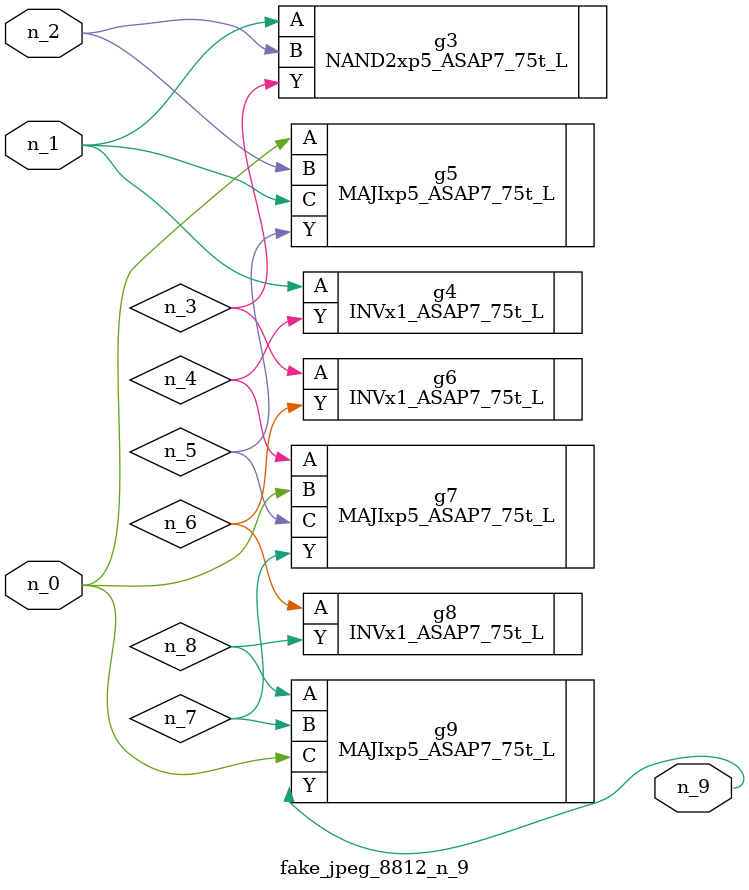
<source format=v>
module fake_jpeg_8812_n_9 (n_0, n_2, n_1, n_9);

input n_0;
input n_2;
input n_1;

output n_9;

wire n_3;
wire n_4;
wire n_8;
wire n_6;
wire n_5;
wire n_7;

NAND2xp5_ASAP7_75t_L g3 ( 
.A(n_1),
.B(n_2),
.Y(n_3)
);

INVx1_ASAP7_75t_L g4 ( 
.A(n_1),
.Y(n_4)
);

MAJIxp5_ASAP7_75t_L g5 ( 
.A(n_0),
.B(n_2),
.C(n_1),
.Y(n_5)
);

INVx1_ASAP7_75t_L g6 ( 
.A(n_3),
.Y(n_6)
);

INVx1_ASAP7_75t_L g8 ( 
.A(n_6),
.Y(n_8)
);

MAJIxp5_ASAP7_75t_L g7 ( 
.A(n_4),
.B(n_0),
.C(n_5),
.Y(n_7)
);

MAJIxp5_ASAP7_75t_L g9 ( 
.A(n_8),
.B(n_7),
.C(n_0),
.Y(n_9)
);


endmodule
</source>
